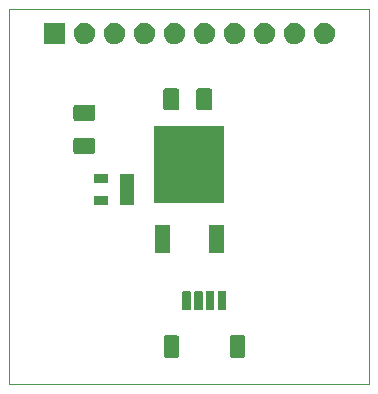
<source format=gbr>
G04 #@! TF.GenerationSoftware,KiCad,Pcbnew,(5.1.5)-3*
G04 #@! TF.CreationDate,2020-04-20T18:44:57+02:00*
G04 #@! TF.ProjectId,RS485-Modbus-Tiny-Sensor-Module,52533438-352d-44d6-9f64-6275732d5469,rev?*
G04 #@! TF.SameCoordinates,Original*
G04 #@! TF.FileFunction,Soldermask,Bot*
G04 #@! TF.FilePolarity,Negative*
%FSLAX46Y46*%
G04 Gerber Fmt 4.6, Leading zero omitted, Abs format (unit mm)*
G04 Created by KiCad (PCBNEW (5.1.5)-3) date 2020-04-20 18:44:57*
%MOMM*%
%LPD*%
G04 APERTURE LIST*
%ADD10C,0.050000*%
%ADD11C,0.100000*%
G04 APERTURE END LIST*
D10*
X213360000Y-115570000D02*
X182880000Y-115570000D01*
X213360000Y-83820000D02*
X213360000Y-115570000D01*
X182880000Y-83820000D02*
X213360000Y-83820000D01*
X182880000Y-115570000D02*
X182880000Y-83820000D01*
D11*
G36*
X202681242Y-111418404D02*
G01*
X202718337Y-111429657D01*
X202752515Y-111447925D01*
X202782481Y-111472519D01*
X202807075Y-111502485D01*
X202825343Y-111536663D01*
X202836596Y-111573758D01*
X202841000Y-111618474D01*
X202841000Y-113111526D01*
X202836596Y-113156242D01*
X202825343Y-113193337D01*
X202807075Y-113227515D01*
X202782481Y-113257481D01*
X202752515Y-113282075D01*
X202718337Y-113300343D01*
X202681242Y-113311596D01*
X202636526Y-113316000D01*
X201743474Y-113316000D01*
X201698758Y-113311596D01*
X201661663Y-113300343D01*
X201627485Y-113282075D01*
X201597519Y-113257481D01*
X201572925Y-113227515D01*
X201554657Y-113193337D01*
X201543404Y-113156242D01*
X201539000Y-113111526D01*
X201539000Y-111618474D01*
X201543404Y-111573758D01*
X201554657Y-111536663D01*
X201572925Y-111502485D01*
X201597519Y-111472519D01*
X201627485Y-111447925D01*
X201661663Y-111429657D01*
X201698758Y-111418404D01*
X201743474Y-111414000D01*
X202636526Y-111414000D01*
X202681242Y-111418404D01*
G37*
G36*
X197081242Y-111418404D02*
G01*
X197118337Y-111429657D01*
X197152515Y-111447925D01*
X197182481Y-111472519D01*
X197207075Y-111502485D01*
X197225343Y-111536663D01*
X197236596Y-111573758D01*
X197241000Y-111618474D01*
X197241000Y-113111526D01*
X197236596Y-113156242D01*
X197225343Y-113193337D01*
X197207075Y-113227515D01*
X197182481Y-113257481D01*
X197152515Y-113282075D01*
X197118337Y-113300343D01*
X197081242Y-113311596D01*
X197036526Y-113316000D01*
X196143474Y-113316000D01*
X196098758Y-113311596D01*
X196061663Y-113300343D01*
X196027485Y-113282075D01*
X195997519Y-113257481D01*
X195972925Y-113227515D01*
X195954657Y-113193337D01*
X195943404Y-113156242D01*
X195939000Y-113111526D01*
X195939000Y-111618474D01*
X195943404Y-111573758D01*
X195954657Y-111536663D01*
X195972925Y-111502485D01*
X195997519Y-111472519D01*
X196027485Y-111447925D01*
X196061663Y-111429657D01*
X196098758Y-111418404D01*
X196143474Y-111414000D01*
X197036526Y-111414000D01*
X197081242Y-111418404D01*
G37*
G36*
X201149928Y-107666764D02*
G01*
X201171009Y-107673160D01*
X201190445Y-107683548D01*
X201207476Y-107697524D01*
X201221452Y-107714555D01*
X201231840Y-107733991D01*
X201238236Y-107755072D01*
X201241000Y-107783140D01*
X201241000Y-109196860D01*
X201238236Y-109224928D01*
X201231840Y-109246009D01*
X201221452Y-109265445D01*
X201207476Y-109282476D01*
X201190445Y-109296452D01*
X201171009Y-109306840D01*
X201149928Y-109313236D01*
X201121860Y-109316000D01*
X200658140Y-109316000D01*
X200630072Y-109313236D01*
X200608991Y-109306840D01*
X200589555Y-109296452D01*
X200572524Y-109282476D01*
X200558548Y-109265445D01*
X200548160Y-109246009D01*
X200541764Y-109224928D01*
X200539000Y-109196860D01*
X200539000Y-107783140D01*
X200541764Y-107755072D01*
X200548160Y-107733991D01*
X200558548Y-107714555D01*
X200572524Y-107697524D01*
X200589555Y-107683548D01*
X200608991Y-107673160D01*
X200630072Y-107666764D01*
X200658140Y-107664000D01*
X201121860Y-107664000D01*
X201149928Y-107666764D01*
G37*
G36*
X200149928Y-107666764D02*
G01*
X200171009Y-107673160D01*
X200190445Y-107683548D01*
X200207476Y-107697524D01*
X200221452Y-107714555D01*
X200231840Y-107733991D01*
X200238236Y-107755072D01*
X200241000Y-107783140D01*
X200241000Y-109196860D01*
X200238236Y-109224928D01*
X200231840Y-109246009D01*
X200221452Y-109265445D01*
X200207476Y-109282476D01*
X200190445Y-109296452D01*
X200171009Y-109306840D01*
X200149928Y-109313236D01*
X200121860Y-109316000D01*
X199658140Y-109316000D01*
X199630072Y-109313236D01*
X199608991Y-109306840D01*
X199589555Y-109296452D01*
X199572524Y-109282476D01*
X199558548Y-109265445D01*
X199548160Y-109246009D01*
X199541764Y-109224928D01*
X199539000Y-109196860D01*
X199539000Y-107783140D01*
X199541764Y-107755072D01*
X199548160Y-107733991D01*
X199558548Y-107714555D01*
X199572524Y-107697524D01*
X199589555Y-107683548D01*
X199608991Y-107673160D01*
X199630072Y-107666764D01*
X199658140Y-107664000D01*
X200121860Y-107664000D01*
X200149928Y-107666764D01*
G37*
G36*
X199149928Y-107666764D02*
G01*
X199171009Y-107673160D01*
X199190445Y-107683548D01*
X199207476Y-107697524D01*
X199221452Y-107714555D01*
X199231840Y-107733991D01*
X199238236Y-107755072D01*
X199241000Y-107783140D01*
X199241000Y-109196860D01*
X199238236Y-109224928D01*
X199231840Y-109246009D01*
X199221452Y-109265445D01*
X199207476Y-109282476D01*
X199190445Y-109296452D01*
X199171009Y-109306840D01*
X199149928Y-109313236D01*
X199121860Y-109316000D01*
X198658140Y-109316000D01*
X198630072Y-109313236D01*
X198608991Y-109306840D01*
X198589555Y-109296452D01*
X198572524Y-109282476D01*
X198558548Y-109265445D01*
X198548160Y-109246009D01*
X198541764Y-109224928D01*
X198539000Y-109196860D01*
X198539000Y-107783140D01*
X198541764Y-107755072D01*
X198548160Y-107733991D01*
X198558548Y-107714555D01*
X198572524Y-107697524D01*
X198589555Y-107683548D01*
X198608991Y-107673160D01*
X198630072Y-107666764D01*
X198658140Y-107664000D01*
X199121860Y-107664000D01*
X199149928Y-107666764D01*
G37*
G36*
X198149928Y-107666764D02*
G01*
X198171009Y-107673160D01*
X198190445Y-107683548D01*
X198207476Y-107697524D01*
X198221452Y-107714555D01*
X198231840Y-107733991D01*
X198238236Y-107755072D01*
X198241000Y-107783140D01*
X198241000Y-109196860D01*
X198238236Y-109224928D01*
X198231840Y-109246009D01*
X198221452Y-109265445D01*
X198207476Y-109282476D01*
X198190445Y-109296452D01*
X198171009Y-109306840D01*
X198149928Y-109313236D01*
X198121860Y-109316000D01*
X197658140Y-109316000D01*
X197630072Y-109313236D01*
X197608991Y-109306840D01*
X197589555Y-109296452D01*
X197572524Y-109282476D01*
X197558548Y-109265445D01*
X197548160Y-109246009D01*
X197541764Y-109224928D01*
X197539000Y-109196860D01*
X197539000Y-107783140D01*
X197541764Y-107755072D01*
X197548160Y-107733991D01*
X197558548Y-107714555D01*
X197572524Y-107697524D01*
X197589555Y-107683548D01*
X197608991Y-107673160D01*
X197630072Y-107666764D01*
X197658140Y-107664000D01*
X198121860Y-107664000D01*
X198149928Y-107666764D01*
G37*
G36*
X196491000Y-104411000D02*
G01*
X195189000Y-104411000D01*
X195189000Y-102109000D01*
X196491000Y-102109000D01*
X196491000Y-104411000D01*
G37*
G36*
X201051000Y-104411000D02*
G01*
X199749000Y-104411000D01*
X199749000Y-102109000D01*
X201051000Y-102109000D01*
X201051000Y-104411000D01*
G37*
G36*
X193451000Y-100386000D02*
G01*
X192289000Y-100386000D01*
X192289000Y-97734000D01*
X193451000Y-97734000D01*
X193451000Y-100386000D01*
G37*
G36*
X191251000Y-100386000D02*
G01*
X190089000Y-100386000D01*
X190089000Y-99634000D01*
X191251000Y-99634000D01*
X191251000Y-100386000D01*
G37*
G36*
X201071000Y-100211000D02*
G01*
X195169000Y-100211000D01*
X195169000Y-93709000D01*
X201071000Y-93709000D01*
X201071000Y-100211000D01*
G37*
G36*
X191251000Y-98486000D02*
G01*
X190089000Y-98486000D01*
X190089000Y-97734000D01*
X191251000Y-97734000D01*
X191251000Y-98486000D01*
G37*
G36*
X189998604Y-94708347D02*
G01*
X190035144Y-94719432D01*
X190068821Y-94737433D01*
X190098341Y-94761659D01*
X190122567Y-94791179D01*
X190140568Y-94824856D01*
X190151653Y-94861396D01*
X190156000Y-94905538D01*
X190156000Y-95854462D01*
X190151653Y-95898604D01*
X190140568Y-95935144D01*
X190122567Y-95968821D01*
X190098341Y-95998341D01*
X190068821Y-96022567D01*
X190035144Y-96040568D01*
X189998604Y-96051653D01*
X189954462Y-96056000D01*
X188505538Y-96056000D01*
X188461396Y-96051653D01*
X188424856Y-96040568D01*
X188391179Y-96022567D01*
X188361659Y-95998341D01*
X188337433Y-95968821D01*
X188319432Y-95935144D01*
X188308347Y-95898604D01*
X188304000Y-95854462D01*
X188304000Y-94905538D01*
X188308347Y-94861396D01*
X188319432Y-94824856D01*
X188337433Y-94791179D01*
X188361659Y-94761659D01*
X188391179Y-94737433D01*
X188424856Y-94719432D01*
X188461396Y-94708347D01*
X188505538Y-94704000D01*
X189954462Y-94704000D01*
X189998604Y-94708347D01*
G37*
G36*
X189998604Y-91908347D02*
G01*
X190035144Y-91919432D01*
X190068821Y-91937433D01*
X190098341Y-91961659D01*
X190122567Y-91991179D01*
X190140568Y-92024856D01*
X190151653Y-92061396D01*
X190156000Y-92105538D01*
X190156000Y-93054462D01*
X190151653Y-93098604D01*
X190140568Y-93135144D01*
X190122567Y-93168821D01*
X190098341Y-93198341D01*
X190068821Y-93222567D01*
X190035144Y-93240568D01*
X189998604Y-93251653D01*
X189954462Y-93256000D01*
X188505538Y-93256000D01*
X188461396Y-93251653D01*
X188424856Y-93240568D01*
X188391179Y-93222567D01*
X188361659Y-93198341D01*
X188337433Y-93168821D01*
X188319432Y-93135144D01*
X188308347Y-93098604D01*
X188304000Y-93054462D01*
X188304000Y-92105538D01*
X188308347Y-92061396D01*
X188319432Y-92024856D01*
X188337433Y-91991179D01*
X188361659Y-91961659D01*
X188391179Y-91937433D01*
X188424856Y-91919432D01*
X188461396Y-91908347D01*
X188505538Y-91904000D01*
X189954462Y-91904000D01*
X189998604Y-91908347D01*
G37*
G36*
X197108604Y-90518347D02*
G01*
X197145144Y-90529432D01*
X197178821Y-90547433D01*
X197208341Y-90571659D01*
X197232567Y-90601179D01*
X197250568Y-90634856D01*
X197261653Y-90671396D01*
X197266000Y-90715538D01*
X197266000Y-92164462D01*
X197261653Y-92208604D01*
X197250568Y-92245144D01*
X197232567Y-92278821D01*
X197208341Y-92308341D01*
X197178821Y-92332567D01*
X197145144Y-92350568D01*
X197108604Y-92361653D01*
X197064462Y-92366000D01*
X196115538Y-92366000D01*
X196071396Y-92361653D01*
X196034856Y-92350568D01*
X196001179Y-92332567D01*
X195971659Y-92308341D01*
X195947433Y-92278821D01*
X195929432Y-92245144D01*
X195918347Y-92208604D01*
X195914000Y-92164462D01*
X195914000Y-90715538D01*
X195918347Y-90671396D01*
X195929432Y-90634856D01*
X195947433Y-90601179D01*
X195971659Y-90571659D01*
X196001179Y-90547433D01*
X196034856Y-90529432D01*
X196071396Y-90518347D01*
X196115538Y-90514000D01*
X197064462Y-90514000D01*
X197108604Y-90518347D01*
G37*
G36*
X199908604Y-90518347D02*
G01*
X199945144Y-90529432D01*
X199978821Y-90547433D01*
X200008341Y-90571659D01*
X200032567Y-90601179D01*
X200050568Y-90634856D01*
X200061653Y-90671396D01*
X200066000Y-90715538D01*
X200066000Y-92164462D01*
X200061653Y-92208604D01*
X200050568Y-92245144D01*
X200032567Y-92278821D01*
X200008341Y-92308341D01*
X199978821Y-92332567D01*
X199945144Y-92350568D01*
X199908604Y-92361653D01*
X199864462Y-92366000D01*
X198915538Y-92366000D01*
X198871396Y-92361653D01*
X198834856Y-92350568D01*
X198801179Y-92332567D01*
X198771659Y-92308341D01*
X198747433Y-92278821D01*
X198729432Y-92245144D01*
X198718347Y-92208604D01*
X198714000Y-92164462D01*
X198714000Y-90715538D01*
X198718347Y-90671396D01*
X198729432Y-90634856D01*
X198747433Y-90601179D01*
X198771659Y-90571659D01*
X198801179Y-90547433D01*
X198834856Y-90529432D01*
X198871396Y-90518347D01*
X198915538Y-90514000D01*
X199864462Y-90514000D01*
X199908604Y-90518347D01*
G37*
G36*
X189343512Y-84955927D02*
G01*
X189492812Y-84985624D01*
X189656784Y-85053544D01*
X189804354Y-85152147D01*
X189929853Y-85277646D01*
X190028456Y-85425216D01*
X190096376Y-85589188D01*
X190131000Y-85763259D01*
X190131000Y-85940741D01*
X190096376Y-86114812D01*
X190028456Y-86278784D01*
X189929853Y-86426354D01*
X189804354Y-86551853D01*
X189656784Y-86650456D01*
X189492812Y-86718376D01*
X189343512Y-86748073D01*
X189318742Y-86753000D01*
X189141258Y-86753000D01*
X189116488Y-86748073D01*
X188967188Y-86718376D01*
X188803216Y-86650456D01*
X188655646Y-86551853D01*
X188530147Y-86426354D01*
X188431544Y-86278784D01*
X188363624Y-86114812D01*
X188329000Y-85940741D01*
X188329000Y-85763259D01*
X188363624Y-85589188D01*
X188431544Y-85425216D01*
X188530147Y-85277646D01*
X188655646Y-85152147D01*
X188803216Y-85053544D01*
X188967188Y-84985624D01*
X189116488Y-84955927D01*
X189141258Y-84951000D01*
X189318742Y-84951000D01*
X189343512Y-84955927D01*
G37*
G36*
X209663512Y-84955927D02*
G01*
X209812812Y-84985624D01*
X209976784Y-85053544D01*
X210124354Y-85152147D01*
X210249853Y-85277646D01*
X210348456Y-85425216D01*
X210416376Y-85589188D01*
X210451000Y-85763259D01*
X210451000Y-85940741D01*
X210416376Y-86114812D01*
X210348456Y-86278784D01*
X210249853Y-86426354D01*
X210124354Y-86551853D01*
X209976784Y-86650456D01*
X209812812Y-86718376D01*
X209663512Y-86748073D01*
X209638742Y-86753000D01*
X209461258Y-86753000D01*
X209436488Y-86748073D01*
X209287188Y-86718376D01*
X209123216Y-86650456D01*
X208975646Y-86551853D01*
X208850147Y-86426354D01*
X208751544Y-86278784D01*
X208683624Y-86114812D01*
X208649000Y-85940741D01*
X208649000Y-85763259D01*
X208683624Y-85589188D01*
X208751544Y-85425216D01*
X208850147Y-85277646D01*
X208975646Y-85152147D01*
X209123216Y-85053544D01*
X209287188Y-84985624D01*
X209436488Y-84955927D01*
X209461258Y-84951000D01*
X209638742Y-84951000D01*
X209663512Y-84955927D01*
G37*
G36*
X207123512Y-84955927D02*
G01*
X207272812Y-84985624D01*
X207436784Y-85053544D01*
X207584354Y-85152147D01*
X207709853Y-85277646D01*
X207808456Y-85425216D01*
X207876376Y-85589188D01*
X207911000Y-85763259D01*
X207911000Y-85940741D01*
X207876376Y-86114812D01*
X207808456Y-86278784D01*
X207709853Y-86426354D01*
X207584354Y-86551853D01*
X207436784Y-86650456D01*
X207272812Y-86718376D01*
X207123512Y-86748073D01*
X207098742Y-86753000D01*
X206921258Y-86753000D01*
X206896488Y-86748073D01*
X206747188Y-86718376D01*
X206583216Y-86650456D01*
X206435646Y-86551853D01*
X206310147Y-86426354D01*
X206211544Y-86278784D01*
X206143624Y-86114812D01*
X206109000Y-85940741D01*
X206109000Y-85763259D01*
X206143624Y-85589188D01*
X206211544Y-85425216D01*
X206310147Y-85277646D01*
X206435646Y-85152147D01*
X206583216Y-85053544D01*
X206747188Y-84985624D01*
X206896488Y-84955927D01*
X206921258Y-84951000D01*
X207098742Y-84951000D01*
X207123512Y-84955927D01*
G37*
G36*
X204583512Y-84955927D02*
G01*
X204732812Y-84985624D01*
X204896784Y-85053544D01*
X205044354Y-85152147D01*
X205169853Y-85277646D01*
X205268456Y-85425216D01*
X205336376Y-85589188D01*
X205371000Y-85763259D01*
X205371000Y-85940741D01*
X205336376Y-86114812D01*
X205268456Y-86278784D01*
X205169853Y-86426354D01*
X205044354Y-86551853D01*
X204896784Y-86650456D01*
X204732812Y-86718376D01*
X204583512Y-86748073D01*
X204558742Y-86753000D01*
X204381258Y-86753000D01*
X204356488Y-86748073D01*
X204207188Y-86718376D01*
X204043216Y-86650456D01*
X203895646Y-86551853D01*
X203770147Y-86426354D01*
X203671544Y-86278784D01*
X203603624Y-86114812D01*
X203569000Y-85940741D01*
X203569000Y-85763259D01*
X203603624Y-85589188D01*
X203671544Y-85425216D01*
X203770147Y-85277646D01*
X203895646Y-85152147D01*
X204043216Y-85053544D01*
X204207188Y-84985624D01*
X204356488Y-84955927D01*
X204381258Y-84951000D01*
X204558742Y-84951000D01*
X204583512Y-84955927D01*
G37*
G36*
X202043512Y-84955927D02*
G01*
X202192812Y-84985624D01*
X202356784Y-85053544D01*
X202504354Y-85152147D01*
X202629853Y-85277646D01*
X202728456Y-85425216D01*
X202796376Y-85589188D01*
X202831000Y-85763259D01*
X202831000Y-85940741D01*
X202796376Y-86114812D01*
X202728456Y-86278784D01*
X202629853Y-86426354D01*
X202504354Y-86551853D01*
X202356784Y-86650456D01*
X202192812Y-86718376D01*
X202043512Y-86748073D01*
X202018742Y-86753000D01*
X201841258Y-86753000D01*
X201816488Y-86748073D01*
X201667188Y-86718376D01*
X201503216Y-86650456D01*
X201355646Y-86551853D01*
X201230147Y-86426354D01*
X201131544Y-86278784D01*
X201063624Y-86114812D01*
X201029000Y-85940741D01*
X201029000Y-85763259D01*
X201063624Y-85589188D01*
X201131544Y-85425216D01*
X201230147Y-85277646D01*
X201355646Y-85152147D01*
X201503216Y-85053544D01*
X201667188Y-84985624D01*
X201816488Y-84955927D01*
X201841258Y-84951000D01*
X202018742Y-84951000D01*
X202043512Y-84955927D01*
G37*
G36*
X199503512Y-84955927D02*
G01*
X199652812Y-84985624D01*
X199816784Y-85053544D01*
X199964354Y-85152147D01*
X200089853Y-85277646D01*
X200188456Y-85425216D01*
X200256376Y-85589188D01*
X200291000Y-85763259D01*
X200291000Y-85940741D01*
X200256376Y-86114812D01*
X200188456Y-86278784D01*
X200089853Y-86426354D01*
X199964354Y-86551853D01*
X199816784Y-86650456D01*
X199652812Y-86718376D01*
X199503512Y-86748073D01*
X199478742Y-86753000D01*
X199301258Y-86753000D01*
X199276488Y-86748073D01*
X199127188Y-86718376D01*
X198963216Y-86650456D01*
X198815646Y-86551853D01*
X198690147Y-86426354D01*
X198591544Y-86278784D01*
X198523624Y-86114812D01*
X198489000Y-85940741D01*
X198489000Y-85763259D01*
X198523624Y-85589188D01*
X198591544Y-85425216D01*
X198690147Y-85277646D01*
X198815646Y-85152147D01*
X198963216Y-85053544D01*
X199127188Y-84985624D01*
X199276488Y-84955927D01*
X199301258Y-84951000D01*
X199478742Y-84951000D01*
X199503512Y-84955927D01*
G37*
G36*
X196963512Y-84955927D02*
G01*
X197112812Y-84985624D01*
X197276784Y-85053544D01*
X197424354Y-85152147D01*
X197549853Y-85277646D01*
X197648456Y-85425216D01*
X197716376Y-85589188D01*
X197751000Y-85763259D01*
X197751000Y-85940741D01*
X197716376Y-86114812D01*
X197648456Y-86278784D01*
X197549853Y-86426354D01*
X197424354Y-86551853D01*
X197276784Y-86650456D01*
X197112812Y-86718376D01*
X196963512Y-86748073D01*
X196938742Y-86753000D01*
X196761258Y-86753000D01*
X196736488Y-86748073D01*
X196587188Y-86718376D01*
X196423216Y-86650456D01*
X196275646Y-86551853D01*
X196150147Y-86426354D01*
X196051544Y-86278784D01*
X195983624Y-86114812D01*
X195949000Y-85940741D01*
X195949000Y-85763259D01*
X195983624Y-85589188D01*
X196051544Y-85425216D01*
X196150147Y-85277646D01*
X196275646Y-85152147D01*
X196423216Y-85053544D01*
X196587188Y-84985624D01*
X196736488Y-84955927D01*
X196761258Y-84951000D01*
X196938742Y-84951000D01*
X196963512Y-84955927D01*
G37*
G36*
X194423512Y-84955927D02*
G01*
X194572812Y-84985624D01*
X194736784Y-85053544D01*
X194884354Y-85152147D01*
X195009853Y-85277646D01*
X195108456Y-85425216D01*
X195176376Y-85589188D01*
X195211000Y-85763259D01*
X195211000Y-85940741D01*
X195176376Y-86114812D01*
X195108456Y-86278784D01*
X195009853Y-86426354D01*
X194884354Y-86551853D01*
X194736784Y-86650456D01*
X194572812Y-86718376D01*
X194423512Y-86748073D01*
X194398742Y-86753000D01*
X194221258Y-86753000D01*
X194196488Y-86748073D01*
X194047188Y-86718376D01*
X193883216Y-86650456D01*
X193735646Y-86551853D01*
X193610147Y-86426354D01*
X193511544Y-86278784D01*
X193443624Y-86114812D01*
X193409000Y-85940741D01*
X193409000Y-85763259D01*
X193443624Y-85589188D01*
X193511544Y-85425216D01*
X193610147Y-85277646D01*
X193735646Y-85152147D01*
X193883216Y-85053544D01*
X194047188Y-84985624D01*
X194196488Y-84955927D01*
X194221258Y-84951000D01*
X194398742Y-84951000D01*
X194423512Y-84955927D01*
G37*
G36*
X191883512Y-84955927D02*
G01*
X192032812Y-84985624D01*
X192196784Y-85053544D01*
X192344354Y-85152147D01*
X192469853Y-85277646D01*
X192568456Y-85425216D01*
X192636376Y-85589188D01*
X192671000Y-85763259D01*
X192671000Y-85940741D01*
X192636376Y-86114812D01*
X192568456Y-86278784D01*
X192469853Y-86426354D01*
X192344354Y-86551853D01*
X192196784Y-86650456D01*
X192032812Y-86718376D01*
X191883512Y-86748073D01*
X191858742Y-86753000D01*
X191681258Y-86753000D01*
X191656488Y-86748073D01*
X191507188Y-86718376D01*
X191343216Y-86650456D01*
X191195646Y-86551853D01*
X191070147Y-86426354D01*
X190971544Y-86278784D01*
X190903624Y-86114812D01*
X190869000Y-85940741D01*
X190869000Y-85763259D01*
X190903624Y-85589188D01*
X190971544Y-85425216D01*
X191070147Y-85277646D01*
X191195646Y-85152147D01*
X191343216Y-85053544D01*
X191507188Y-84985624D01*
X191656488Y-84955927D01*
X191681258Y-84951000D01*
X191858742Y-84951000D01*
X191883512Y-84955927D01*
G37*
G36*
X187591000Y-86753000D02*
G01*
X185789000Y-86753000D01*
X185789000Y-84951000D01*
X187591000Y-84951000D01*
X187591000Y-86753000D01*
G37*
M02*

</source>
